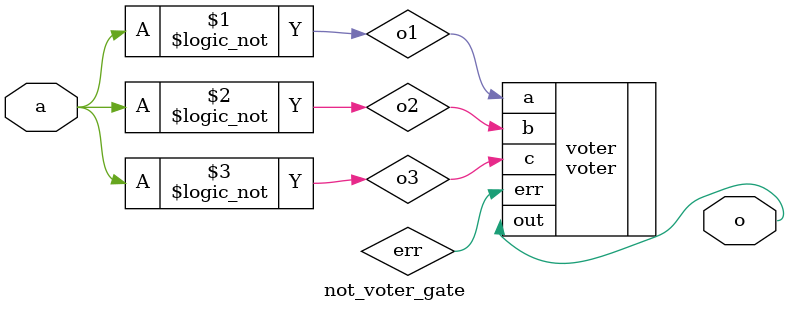
<source format=sv>
module not_voter_gold(
    input logic a,
    output logic o
);

assign o = !a;

endmodule

////////////////////////////////////////////

// Gate circuit with voter, should be functionally equivalent to gold circuit
module not_voter_gate(
    input logic a,
    output logic o
);

logic o1;
logic o2;
logic o3;
logic err;

assign o1 = !a;
assign o2 = !a;
assign o3 = !a;

voter voter(
    .a(o1),
    .b(o2),
    .c(o3),
    .out(o),
    .err(err)
);

endmodule


// module not_voter(
//     input logic a,
//     input logic clk,
//     output logic o
// );
//
// logic ff1;
// logic ff2;
// logic ff3;
// logic err;
//
// always_ff @(posedge clk) begin
//     ff1 <= a;
//     ff2 <= a;
//     ff3 <= a;
// end
//
// voter voter(
//     .a(ff1),
//     .b(ff2),
//     .c(ff3),
//     .out(o),
//     .err(err)
// );
//
// endmodule

</source>
